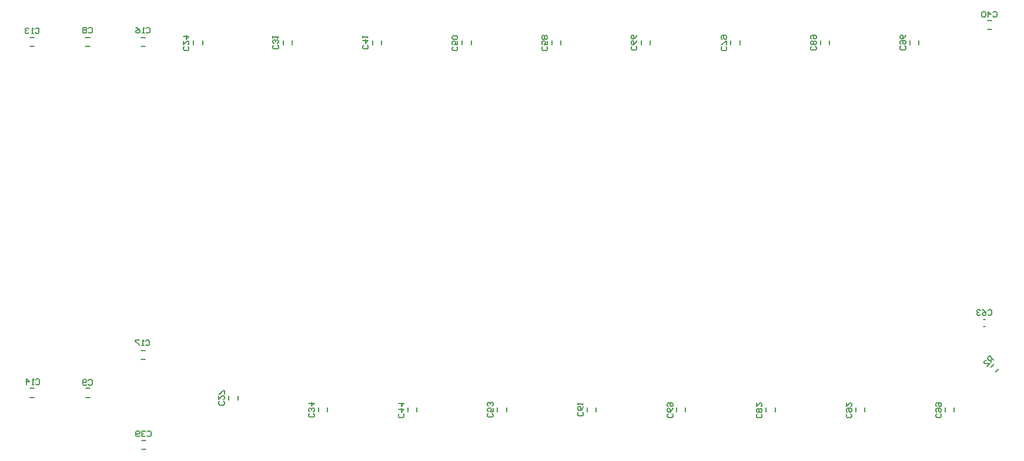
<source format=gbo>
G04*
G04 #@! TF.GenerationSoftware,Altium Limited,Altium Designer,21.7.1 (17)*
G04*
G04 Layer_Color=32896*
%FSLAX44Y44*%
%MOMM*%
G71*
G04*
G04 #@! TF.SameCoordinates,6DA6EFF2-A010-467E-8A55-43E705FB17ED*
G04*
G04*
G04 #@! TF.FilePolarity,Positive*
G04*
G01*
G75*
%ADD10C,0.2000*%
D10*
X1432557Y182986D02*
X1436799Y187228D01*
X1425486Y190057D02*
X1429728Y194299D01*
X1414750Y258750D02*
X1416750D01*
X1414750Y248750D02*
X1416750D01*
X121250Y665250D02*
X127250D01*
X121250Y652250D02*
X127250D01*
X121500Y159500D02*
X127500D01*
X121500Y146500D02*
X127500D01*
X201500Y665000D02*
X207500D01*
X201500Y652000D02*
X207500D01*
X201250Y213750D02*
X207250D01*
X201250Y200750D02*
X207250D01*
X276900Y655250D02*
Y661250D01*
X289900Y655250D02*
Y661250D01*
X327750Y143000D02*
Y149000D01*
X340750Y143000D02*
Y149000D01*
X405900Y655250D02*
Y661250D01*
X418900Y655250D02*
Y661250D01*
X456700Y125500D02*
Y131500D01*
X469700Y125500D02*
Y131500D01*
X534900Y655250D02*
Y661250D01*
X547900Y655250D02*
Y661250D01*
X585700Y125500D02*
Y131500D01*
X598700Y125500D02*
Y131500D01*
X663900Y655250D02*
Y661250D01*
X676900Y655250D02*
Y661250D01*
X714700Y125500D02*
Y131500D01*
X727700Y125500D02*
Y131500D01*
X792900Y655250D02*
Y661250D01*
X805900Y655250D02*
Y661250D01*
X843700Y125500D02*
Y131500D01*
X856700Y125500D02*
Y131500D01*
X921900Y655250D02*
Y661250D01*
X934900Y655250D02*
Y661250D01*
X972700Y125500D02*
Y131500D01*
X985700Y125500D02*
Y131500D01*
X1050900Y655250D02*
Y661250D01*
X1063900Y655250D02*
Y661250D01*
X1101700Y125500D02*
Y131500D01*
X1114700Y125500D02*
Y131500D01*
X1179850Y655250D02*
Y661250D01*
X1192850Y655250D02*
Y661250D01*
X1230700Y125500D02*
Y131500D01*
X1243700Y125500D02*
Y131500D01*
X1308750Y655250D02*
Y661250D01*
X1321750Y655250D02*
Y661250D01*
X1372500Y125500D02*
Y131500D01*
X1359500Y125500D02*
Y131500D01*
X41250Y665150D02*
X47250D01*
X41250Y652150D02*
X47250D01*
X41000Y159500D02*
X47000D01*
X41000Y146500D02*
X47000D01*
X202000Y71500D02*
X208000D01*
X202000Y84500D02*
X208000D01*
X1420500Y677000D02*
X1426500D01*
X1420500Y690000D02*
X1426500D01*
X125333Y673084D02*
X126666Y671751D01*
X129332D01*
X130665Y673084D01*
Y678416D01*
X129332Y679749D01*
X126666D01*
X125333Y678416D01*
X122667Y673084D02*
X121334Y671751D01*
X118668D01*
X117336Y673084D01*
Y674417D01*
X118668Y675750D01*
X117336Y677083D01*
Y678416D01*
X118668Y679749D01*
X121334D01*
X122667Y678416D01*
Y677083D01*
X121334Y675750D01*
X122667Y674417D01*
Y673084D01*
X121334Y675750D02*
X118668D01*
X125333Y170666D02*
X126666Y171999D01*
X129332D01*
X130665Y170666D01*
Y165334D01*
X129332Y164001D01*
X126666D01*
X125333Y165334D01*
X122667D02*
X121334Y164001D01*
X118668D01*
X117336Y165334D01*
Y170666D01*
X118668Y171999D01*
X121334D01*
X122667Y170666D01*
Y169333D01*
X121334Y168000D01*
X117336D01*
X208665Y678416D02*
X209998Y679749D01*
X212664D01*
X213997Y678416D01*
Y673084D01*
X212664Y671751D01*
X209998D01*
X208665Y673084D01*
X205999Y671751D02*
X203334D01*
X204666D01*
Y679749D01*
X205999Y678416D01*
X194003Y679749D02*
X196669Y678416D01*
X199335Y675750D01*
Y673084D01*
X198002Y671751D01*
X195336D01*
X194003Y673084D01*
Y674417D01*
X195336Y675750D01*
X199335D01*
X207865Y227776D02*
X209198Y229109D01*
X211864D01*
X213197Y227776D01*
Y222445D01*
X211864Y221112D01*
X209198D01*
X207865Y222445D01*
X205200Y221112D02*
X202534D01*
X203867D01*
Y229109D01*
X205200Y227776D01*
X198535Y229109D02*
X193203D01*
Y227776D01*
X198535Y222445D01*
Y221112D01*
X268916Y652168D02*
X270249Y650835D01*
Y648170D01*
X268916Y646837D01*
X263584D01*
X262251Y648170D01*
Y650835D01*
X263584Y652168D01*
X262251Y660166D02*
Y654834D01*
X267583Y660166D01*
X268916D01*
X270249Y658833D01*
Y656167D01*
X268916Y654834D01*
X262251Y666830D02*
X270249D01*
X266250Y662832D01*
Y668163D01*
X319916Y140668D02*
X321249Y139335D01*
Y136670D01*
X319916Y135337D01*
X314584D01*
X313251Y136670D01*
Y139335D01*
X314584Y140668D01*
X313251Y148666D02*
Y143334D01*
X318583Y148666D01*
X319916D01*
X321249Y147333D01*
Y144667D01*
X319916Y143334D01*
X321249Y151332D02*
Y156663D01*
X319916D01*
X314584Y151332D01*
X313251D01*
X397916Y654001D02*
X399249Y652668D01*
Y650003D01*
X397916Y648670D01*
X392584D01*
X391251Y650003D01*
Y652668D01*
X392584Y654001D01*
X397916Y656667D02*
X399249Y658000D01*
Y660666D01*
X397916Y661999D01*
X396583D01*
X395250Y660666D01*
Y659333D01*
Y660666D01*
X393917Y661999D01*
X392584D01*
X391251Y660666D01*
Y658000D01*
X392584Y656667D01*
X391251Y664665D02*
Y667330D01*
Y665997D01*
X399249D01*
X397916Y664665D01*
X449416Y123168D02*
X450749Y121835D01*
Y119170D01*
X449416Y117837D01*
X444084D01*
X442751Y119170D01*
Y121835D01*
X444084Y123168D01*
X449416Y125834D02*
X450749Y127167D01*
Y129833D01*
X449416Y131166D01*
X448083D01*
X446750Y129833D01*
Y128500D01*
Y129833D01*
X445417Y131166D01*
X444084D01*
X442751Y129833D01*
Y127167D01*
X444084Y125834D01*
X442751Y137830D02*
X450749D01*
X446750Y133832D01*
Y139163D01*
X527166Y654251D02*
X528499Y652918D01*
Y650253D01*
X527166Y648920D01*
X521834D01*
X520501Y650253D01*
Y652918D01*
X521834Y654251D01*
X520501Y660916D02*
X528499D01*
X524500Y656917D01*
Y662249D01*
X520501Y664914D02*
Y667580D01*
Y666247D01*
X528499D01*
X527166Y664914D01*
X578666Y122668D02*
X579999Y121335D01*
Y118670D01*
X578666Y117337D01*
X573334D01*
X572001Y118670D01*
Y121335D01*
X573334Y122668D01*
X572001Y129333D02*
X579999D01*
X576000Y125334D01*
Y130666D01*
X572001Y137330D02*
X579999D01*
X576000Y133332D01*
Y138663D01*
X655916Y651918D02*
X657249Y650585D01*
Y647920D01*
X655916Y646587D01*
X650584D01*
X649251Y647920D01*
Y650585D01*
X650584Y651918D01*
X657249Y659916D02*
Y654584D01*
X653250D01*
X654583Y657250D01*
Y658583D01*
X653250Y659916D01*
X650584D01*
X649251Y658583D01*
Y655917D01*
X650584Y654584D01*
X655916Y662582D02*
X657249Y663914D01*
Y666580D01*
X655916Y667913D01*
X650584D01*
X649251Y666580D01*
Y663914D01*
X650584Y662582D01*
X655916D01*
X706916Y123168D02*
X708249Y121835D01*
Y119170D01*
X706916Y117837D01*
X701584D01*
X700251Y119170D01*
Y121835D01*
X701584Y123168D01*
X708249Y131166D02*
Y125834D01*
X704250D01*
X705583Y128500D01*
Y129833D01*
X704250Y131166D01*
X701584D01*
X700251Y129833D01*
Y127167D01*
X701584Y125834D01*
X706916Y133832D02*
X708249Y135164D01*
Y137830D01*
X706916Y139163D01*
X705583D01*
X704250Y137830D01*
Y136497D01*
Y137830D01*
X702917Y139163D01*
X701584D01*
X700251Y137830D01*
Y135164D01*
X701584Y133832D01*
X785166Y652168D02*
X786499Y650835D01*
Y648170D01*
X785166Y646837D01*
X779834D01*
X778501Y648170D01*
Y650835D01*
X779834Y652168D01*
X786499Y660166D02*
Y654834D01*
X782500D01*
X783833Y657500D01*
Y658833D01*
X782500Y660166D01*
X779834D01*
X778501Y658833D01*
Y656167D01*
X779834Y654834D01*
X785166Y662832D02*
X786499Y664165D01*
Y666830D01*
X785166Y668163D01*
X783833D01*
X782500Y666830D01*
X781167Y668163D01*
X779834D01*
X778501Y666830D01*
Y664165D01*
X779834Y662832D01*
X781167D01*
X782500Y664165D01*
X783833Y662832D01*
X785166D01*
X782500Y664165D02*
Y666830D01*
X836916Y125001D02*
X838249Y123668D01*
Y121003D01*
X836916Y119670D01*
X831584D01*
X830251Y121003D01*
Y123668D01*
X831584Y125001D01*
X838249Y132999D02*
X836916Y130333D01*
X834250Y127667D01*
X831584D01*
X830251Y129000D01*
Y131666D01*
X831584Y132999D01*
X832917D01*
X834250Y131666D01*
Y127667D01*
X830251Y135665D02*
Y138330D01*
Y136997D01*
X838249D01*
X836916Y135665D01*
X913916Y652668D02*
X915249Y651336D01*
Y648670D01*
X913916Y647337D01*
X908584D01*
X907251Y648670D01*
Y651336D01*
X908584Y652668D01*
X915249Y660666D02*
X913916Y658000D01*
X911250Y655334D01*
X908584D01*
X907251Y656667D01*
Y659333D01*
X908584Y660666D01*
X909917D01*
X911250Y659333D01*
Y655334D01*
X915249Y668663D02*
X913916Y665997D01*
X911250Y663332D01*
X908584D01*
X907251Y664665D01*
Y667330D01*
X908584Y668663D01*
X909917D01*
X911250Y667330D01*
Y663332D01*
X966166Y122668D02*
X967499Y121335D01*
Y118670D01*
X966166Y117337D01*
X960834D01*
X959501Y118670D01*
Y121335D01*
X960834Y122668D01*
X967499Y130666D02*
X966166Y128000D01*
X963500Y125334D01*
X960834D01*
X959501Y126667D01*
Y129333D01*
X960834Y130666D01*
X962167D01*
X963500Y129333D01*
Y125334D01*
X960834Y133332D02*
X959501Y134664D01*
Y137330D01*
X960834Y138663D01*
X966166D01*
X967499Y137330D01*
Y134664D01*
X966166Y133332D01*
X964833D01*
X963500Y134664D01*
Y138663D01*
X1043416Y652168D02*
X1044749Y650835D01*
Y648170D01*
X1043416Y646837D01*
X1038084D01*
X1036751Y648170D01*
Y650835D01*
X1038084Y652168D01*
X1044749Y654834D02*
Y660166D01*
X1043416D01*
X1038084Y654834D01*
X1036751D01*
X1038084Y662832D02*
X1036751Y664165D01*
Y666830D01*
X1038084Y668163D01*
X1043416D01*
X1044749Y666830D01*
Y664165D01*
X1043416Y662832D01*
X1042083D01*
X1040750Y664165D01*
Y668163D01*
X1094166Y122418D02*
X1095499Y121086D01*
Y118420D01*
X1094166Y117087D01*
X1088834D01*
X1087501Y118420D01*
Y121086D01*
X1088834Y122418D01*
X1094166Y125084D02*
X1095499Y126417D01*
Y129083D01*
X1094166Y130416D01*
X1092833D01*
X1091500Y129083D01*
X1090167Y130416D01*
X1088834D01*
X1087501Y129083D01*
Y126417D01*
X1088834Y125084D01*
X1090167D01*
X1091500Y126417D01*
X1092833Y125084D01*
X1094166D01*
X1091500Y126417D02*
Y129083D01*
X1087501Y138413D02*
Y133082D01*
X1092833Y138413D01*
X1094166D01*
X1095499Y137080D01*
Y134415D01*
X1094166Y133082D01*
X1172416Y652418D02*
X1173749Y651086D01*
Y648420D01*
X1172416Y647087D01*
X1167084D01*
X1165751Y648420D01*
Y651086D01*
X1167084Y652418D01*
X1172416Y655084D02*
X1173749Y656417D01*
Y659083D01*
X1172416Y660416D01*
X1171083D01*
X1169750Y659083D01*
X1168417Y660416D01*
X1167084D01*
X1165751Y659083D01*
Y656417D01*
X1167084Y655084D01*
X1168417D01*
X1169750Y656417D01*
X1171083Y655084D01*
X1172416D01*
X1169750Y656417D02*
Y659083D01*
X1167084Y663082D02*
X1165751Y664415D01*
Y667080D01*
X1167084Y668413D01*
X1172416D01*
X1173749Y667080D01*
Y664415D01*
X1172416Y663082D01*
X1171083D01*
X1169750Y664415D01*
Y668413D01*
X1223666Y122668D02*
X1224999Y121335D01*
Y118670D01*
X1223666Y117337D01*
X1218334D01*
X1217001Y118670D01*
Y121335D01*
X1218334Y122668D01*
Y125334D02*
X1217001Y126667D01*
Y129333D01*
X1218334Y130666D01*
X1223666D01*
X1224999Y129333D01*
Y126667D01*
X1223666Y125334D01*
X1222333D01*
X1221000Y126667D01*
Y130666D01*
X1217001Y138663D02*
Y133332D01*
X1222333Y138663D01*
X1223666D01*
X1224999Y137330D01*
Y134664D01*
X1223666Y133332D01*
X1301416Y652918D02*
X1302749Y651585D01*
Y648920D01*
X1301416Y647587D01*
X1296084D01*
X1294751Y648920D01*
Y651585D01*
X1296084Y652918D01*
Y655584D02*
X1294751Y656917D01*
Y659583D01*
X1296084Y660916D01*
X1301416D01*
X1302749Y659583D01*
Y656917D01*
X1301416Y655584D01*
X1300083D01*
X1298750Y656917D01*
Y660916D01*
X1302749Y668913D02*
X1301416Y666247D01*
X1298750Y663582D01*
X1296084D01*
X1294751Y664914D01*
Y667580D01*
X1296084Y668913D01*
X1297417D01*
X1298750Y667580D01*
Y663582D01*
X1352666Y122668D02*
X1353999Y121335D01*
Y118670D01*
X1352666Y117337D01*
X1347334D01*
X1346001Y118670D01*
Y121335D01*
X1347334Y122668D01*
Y125334D02*
X1346001Y126667D01*
Y129333D01*
X1347334Y130666D01*
X1352666D01*
X1353999Y129333D01*
Y126667D01*
X1352666Y125334D01*
X1351333D01*
X1350000Y126667D01*
Y130666D01*
X1347334Y133332D02*
X1346001Y134664D01*
Y137330D01*
X1347334Y138663D01*
X1352666D01*
X1353999Y137330D01*
Y134664D01*
X1352666Y133332D01*
X1351333D01*
X1350000Y134664D01*
Y138663D01*
X48915Y677666D02*
X50248Y678999D01*
X52914D01*
X54247Y677666D01*
Y672334D01*
X52914Y671001D01*
X50248D01*
X48915Y672334D01*
X46249Y671001D02*
X43584D01*
X44916D01*
Y678999D01*
X46249Y677666D01*
X39585D02*
X38252Y678999D01*
X35586D01*
X34253Y677666D01*
Y676333D01*
X35586Y675000D01*
X36919D01*
X35586D01*
X34253Y673667D01*
Y672334D01*
X35586Y671001D01*
X38252D01*
X39585Y672334D01*
X49665Y171666D02*
X50998Y172999D01*
X53664D01*
X54997Y171666D01*
Y166334D01*
X53664Y165001D01*
X50998D01*
X49665Y166334D01*
X46999Y165001D02*
X44334D01*
X45666D01*
Y172999D01*
X46999Y171666D01*
X36336Y165001D02*
Y172999D01*
X40335Y169000D01*
X35003D01*
X210082Y96666D02*
X211415Y97999D01*
X214080D01*
X215413Y96666D01*
Y91334D01*
X214080Y90001D01*
X211415D01*
X210082Y91334D01*
X207416Y96666D02*
X206083Y97999D01*
X203417D01*
X202084Y96666D01*
Y95333D01*
X203417Y94000D01*
X204750D01*
X203417D01*
X202084Y92667D01*
Y91334D01*
X203417Y90001D01*
X206083D01*
X207416Y91334D01*
X199418D02*
X198085Y90001D01*
X195420D01*
X194087Y91334D01*
Y96666D01*
X195420Y97999D01*
X198085D01*
X199418Y96666D01*
Y95333D01*
X198085Y94000D01*
X194087D01*
X1428332Y701416D02*
X1429664Y702749D01*
X1432330D01*
X1433663Y701416D01*
Y696084D01*
X1432330Y694751D01*
X1429664D01*
X1428332Y696084D01*
X1421667Y694751D02*
Y702749D01*
X1425666Y698750D01*
X1420334D01*
X1417668Y701416D02*
X1416335Y702749D01*
X1413670D01*
X1412337Y701416D01*
Y696084D01*
X1413670Y694751D01*
X1416335D01*
X1417668Y696084D01*
Y701416D01*
X1429290Y200635D02*
X1423635Y206290D01*
X1420807Y203463D01*
Y201577D01*
X1422693Y199692D01*
X1424577Y199692D01*
X1427405Y202520D01*
X1425520Y200635D02*
Y196865D01*
X1419865Y191210D02*
X1423635Y194980D01*
X1416095D01*
X1415152Y195923D01*
Y197808D01*
X1417037Y199692D01*
X1418922Y199692D01*
X1421082Y271416D02*
X1422415Y272749D01*
X1425080D01*
X1426413Y271416D01*
Y266084D01*
X1425080Y264751D01*
X1422415D01*
X1421082Y266084D01*
X1413084Y272749D02*
X1415750Y271416D01*
X1418416Y268750D01*
Y266084D01*
X1417083Y264751D01*
X1414417D01*
X1413084Y266084D01*
Y267417D01*
X1414417Y268750D01*
X1418416D01*
X1410418Y271416D02*
X1409086Y272749D01*
X1406420D01*
X1405087Y271416D01*
Y270083D01*
X1406420Y268750D01*
X1407753D01*
X1406420D01*
X1405087Y267417D01*
Y266084D01*
X1406420Y264751D01*
X1409086D01*
X1410418Y266084D01*
M02*

</source>
